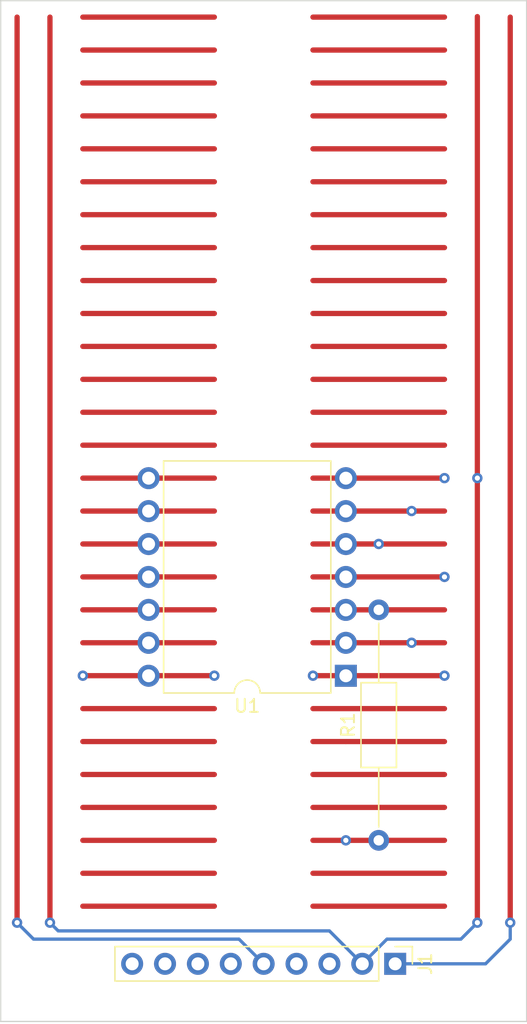
<source format=kicad_pcb>
(kicad_pcb (version 20211014) (generator pcbnew)
  (title_block (title "Eurorack ProtoModule") (date "2021-10-06") (rev "1.0") (company "Len Popp") (comment 1 "Copyright © 2022 Len Popp CC BY") (comment 2 "Layout design for my custom Eurorack breadboard prototyping module"))
  (layers (0 "F.Cu" signal) (1 "In1.Cu" jumper "Wire1.Cu") (2 "In2.Cu" jumper "Wire2.Cu") (3 "In3.Cu" jumper "Wire3.Cu") (4 "In4.Cu" jumper "Wire4.Cu") (31 "B.Cu" signal) (34 "B.Paste" user) (35 "F.Paste" user) (36 "B.SilkS" user "B.Silkscreen") (37 "F.SilkS" user "F.Silkscreen") (38 "B.Mask" user) (39 "F.Mask" user) (44 "Edge.Cuts" user))
  (net 0 "")
  (net 1 "+12V")
  (net 2 "GND")
  (net 3 "-12V")
  (net 4 "+5V")
  (net 5 "Net-(U1-Pad3)")
  (net 6 "IN")
  (net 8 "OUT")
  (net 11 "Net-(U1-Pad2)")
  (net 12 "unconnected-(U1-Pad8)")
  (net 13 "unconnected-(U1-Pad9)")
  (net 14 "unconnected-(U1-Pad10)")
  (net 15 "unconnected-(U1-Pad11)")
  (net 16 "unconnected-(U1-Pad12)")
  (net 17 "unconnected-(U1-Pad13)")
  (footprint "Connector_PinHeader_2.54mm:PinHeader_1x09_P2.54mm_Vertical" (layer "F.Cu") (at 113.03 98.425 -90)
    (fp_text reference "J1" (at 0 -2.33 90) (layer "F.SilkS"))
    (fp_text value "Conn_01x09")
    (fp_line (start -1.33 21.65) (end 1.33 21.65) (layer "F.SilkS") (width 0.12))
    (fp_line (start -1.33 1.27) (end -1.33 21.65) (layer "F.SilkS") (width 0.12))
    (fp_line (start 1.33 1.27) (end 1.33 21.65) (layer "F.SilkS") (width 0.12))
    (fp_line (start -1.33 -1.33) (end 0 -1.33) (layer "F.SilkS") (width 0.12))
    (fp_line (start -1.33 1.27) (end 1.33 1.27) (layer "F.SilkS") (width 0.12))
    (fp_line (start -1.33 0) (end -1.33 -1.33) (layer "F.SilkS") (width 0.12))
    (pad "1" thru_hole rect locked (at 0 0 270) (size 1.7 1.7) (drill 1) (layers *.Cu *.Mask) (net 3 "-12V"))
    (pad "2" thru_hole oval locked (at 0 2.54 270) (size 1.7 1.7) (drill 1) (layers *.Cu *.Mask) (net 2 "GND"))
    (pad "3" thru_hole oval locked (at 0 5.08 270) (size 1.7 1.7) (drill 1) (layers *.Cu *.Mask) (net 8 "OUT"))
    (pad "4" thru_hole oval locked (at 0 7.62 270) (size 1.7 1.7) (drill 1) (layers *.Cu *.Mask) (net 6 "IN"))
    (pad "5" thru_hole oval locked (at 0 10.16 270) (size 1.7 1.7) (drill 1) (layers *.Cu *.Mask) (net 1 "+12V"))
    (pad "6" thru_hole oval locked (at 0 12.7 270) (size 1.7 1.7) (drill 1) (layers *.Cu *.Mask))
    (pad "7" thru_hole oval locked (at 0 15.24 270) (size 1.7 1.7) (drill 1) (layers *.Cu *.Mask) (net 4 "+5V"))
    (pad "8" thru_hole oval locked (at 0 17.78 270) (size 1.7 1.7) (drill 1) (layers *.Cu *.Mask))
    (pad "9" thru_hole oval locked (at 0 20.32 270) (size 1.7 1.7) (drill 1) (layers *.Cu *.Mask))
  )
  (footprint "-lmp-stripboard:SB_Gen_7" (layer "F.Cu") (at 111.76 88.9 90)
    (fp_text reference "R1" (at 8.89 -2.37 90) (layer "F.SilkS"))
    (fp_text value "100K")
    (fp_line (start 16.74 0) (end 12.16 0) (layer "F.SilkS") (width 0.12))
    (fp_line (start 5.62 -1.37) (end 5.62 1.37) (layer "F.SilkS") (width 0.12))
    (fp_line (start 5.62 1.37) (end 12.16 1.37) (layer "F.SilkS") (width 0.12))
    (fp_line (start 1.04 0) (end 5.62 0) (layer "F.SilkS") (width 0.12))
    (fp_line (start 12.16 -1.37) (end 5.62 -1.37) (layer "F.SilkS") (width 0.12))
    (fp_line (start 12.16 1.37) (end 12.16 -1.37) (layer "F.SilkS") (width 0.12))
    (pad "1" thru_hole circle locked (at 0 0 90) (size 1.6 1.6) (drill 0.8) (layers *.Cu *.Mask) (net 6 "IN"))
    (pad "2" thru_hole oval locked (at 17.78 0 90) (size 1.6 1.6) (drill 0.8) (layers *.Cu *.Mask) (net 5 "Net-(U1-Pad3)"))
  )
  (footprint "-lmp-breakout:Breakout_DIP-14_W15.24mm" (layer "F.Cu") (at 109.22 76.205 180)
    (fp_text reference "U1" (at 7.62 -2.33) (layer "F.SilkS"))
    (fp_text value "SN74HCS74")
    (fp_line (start 14.08 -1.33) (end 8.62 -1.33) (layer "F.SilkS") (width 0.12))
    (fp_line (start 1.16 16.57) (end 14.08 16.57) (layer "F.SilkS") (width 0.12))
    (fp_line (start 1.16 -1.33) (end 1.16 16.57) (layer "F.SilkS") (width 0.12))
    (fp_line (start 14.08 16.57) (end 14.08 -1.33) (layer "F.SilkS") (width 0.12))
    (fp_line (start 6.62 -1.33) (end 1.16 -1.33) (layer "F.SilkS") (width 0.12))
    (fp_arc (start 8.62 -1.33) (mid 7.62 -0.33) (end 6.62 -1.33) (layer "F.SilkS") (width 0.12))
    (pad "1" thru_hole rect (at 0 0 180) (size 1.7 1.7) (drill 1) (layers *.Cu *.Mask) (net 4 "+5V"))
    (pad "2" thru_hole circle (at 0 2.54 180) (size 1.7 1.7) (drill 1) (layers *.Cu *.Mask) (net 11 "Net-(U1-Pad2)"))
    (pad "3" thru_hole circle (at 0 5.08 180) (size 1.7 1.7) (drill 1) (layers *.Cu *.Mask) (net 5 "Net-(U1-Pad3)"))
    (pad "4" thru_hole circle (at 0 7.62 180) (size 1.7 1.7) (drill 1) (layers *.Cu *.Mask) (net 4 "+5V"))
    (pad "5" thru_hole circle (at 0 10.16 180) (size 1.7 1.7) (drill 1) (layers *.Cu *.Mask) (net 8 "OUT"))
    (pad "6" thru_hole circle (at 0 12.7 180) (size 1.7 1.7) (drill 1) (layers *.Cu *.Mask) (net 11 "Net-(U1-Pad2)"))
    (pad "7" thru_hole circle (at 0 15.24 180) (size 1.7 1.7) (drill 1) (layers *.Cu *.Mask) (net 2 "GND"))
    (pad "8" thru_hole circle (at 15.24 15.24 180) (size 1.7 1.7) (drill 1) (layers *.Cu *.Mask) (net 12 "unconnected-(U1-Pad8)"))
    (pad "9" thru_hole circle (at 15.24 12.7 180) (size 1.7 1.7) (drill 1) (layers *.Cu *.Mask) (net 13 "unconnected-(U1-Pad9)"))
    (pad "10" thru_hole circle (at 15.24 10.16 180) (size 1.7 1.7) (drill 1) (layers *.Cu *.Mask) (net 14 "unconnected-(U1-Pad10)"))
    (pad "11" thru_hole circle (at 15.24 7.62 180) (size 1.7 1.7) (drill 1) (layers *.Cu *.Mask) (net 15 "unconnected-(U1-Pad11)"))
    (pad "12" thru_hole circle (at 15.24 5.08 180) (size 1.7 1.7) (drill 1) (layers *.Cu *.Mask) (net 16 "unconnected-(U1-Pad12)"))
    (pad "13" thru_hole circle (at 15.24 2.54 180) (size 1.7 1.7) (drill 1) (layers *.Cu *.Mask) (net 17 "unconnected-(U1-Pad13)"))
    (pad "14" thru_hole circle (at 15.24 0 180) (size 1.7 1.7) (drill 1) (layers *.Cu *.Mask) (net 4 "+5V"))
  )
  (gr_line (start 123.19 102.87) (end 82.55 102.87) (layer "Edge.Cuts") (width 0.1))
  (gr_line (start 123.19 24.13) (end 123.19 102.87) (layer "Edge.Cuts") (width 0.1))
  (gr_line (start 82.55 102.87) (end 82.55 24.13) (layer "Edge.Cuts") (width 0.1))
  (gr_line (start 82.55 24.13) (end 123.19 24.13) (layer "Edge.Cuts") (width 0.1))
  (segment (start 99.06 38.1) (end 88.9 38.1) (width 0.4064) (layer "F.Cu") (net 0))
  (segment (start 99.06 78.74) (end 88.9 78.74) (width 0.4064) (layer "F.Cu") (net 0))
  (segment (start 99.06 58.42) (end 88.9 58.42) (width 0.4064) (layer "F.Cu") (net 0))
  (segment (start 99.06 48.26) (end 88.9 48.26) (width 0.4064) (layer "F.Cu") (net 0))
  (segment (start 99.06 86.36) (end 88.9 86.36) (width 0.4064) (layer "F.Cu") (net 0))
  (segment (start 99.06 40.64) (end 88.9 40.64) (width 0.4064) (layer "F.Cu") (net 0))
  (segment (start 99.06 50.8) (end 88.9 50.8) (width 0.4064) (layer "F.Cu") (net 0))
  (segment (start 116.84 78.74) (end 106.68 78.74) (width 0.4064) (layer "F.Cu") (net 0))
  (segment (start 99.06 55.88) (end 88.9 55.88) (width 0.4064) (layer "F.Cu") (net 0))
  (segment (start 99.06 43.18) (end 88.9 43.18) (width 0.4064) (layer "F.Cu") (net 0))
  (segment (start 99.06 27.94) (end 88.9 27.94) (width 0.4064) (layer "F.Cu") (net 0))
  (segment (start 99.06 33.02) (end 88.9 33.02) (width 0.4064) (layer "F.Cu") (net 0))
  (segment (start 99.06 88.9) (end 88.9 88.9) (width 0.4064) (layer "F.Cu") (net 0))
  (segment (start 99.06 45.72) (end 88.9 45.72) (width 0.4064) (layer "F.Cu") (net 0))
  (segment (start 99.06 91.44) (end 88.9 91.44) (width 0.4064) (layer "F.Cu") (net 0))
  (segment (start 99.06 83.82) (end 88.9 83.82) (width 0.4064) (layer "F.Cu") (net 0))
  (segment (start 99.06 93.98) (end 88.9 93.98) (width 0.4064) (layer "F.Cu") (net 0))
  (segment (start 116.84 40.64) (end 106.68 40.64) (width 0.4064) (layer "F.Cu") (net 0))
  (segment (start 99.06 30.48) (end 88.9 30.48) (width 0.4064) (layer "F.Cu") (net 0))
  (segment (start 116.84 81.28) (end 109.22 81.28) (width 0.4064) (layer "F.Cu") (net 0))
  (segment (start 99.06 81.28) (end 88.9 81.28) (width 0.4064) (layer "F.Cu") (net 0))
  (segment (start 99.06 35.56) (end 88.9 35.56) (width 0.4064) (layer "F.Cu") (net 0))
  (segment (start 99.06 25.4) (end 88.9 25.4) (width 0.4064) (layer "F.Cu") (net 0))
  (segment (start 99.06 53.34) (end 88.9 53.34) (width 0.4064) (layer "F.Cu") (net 0))
  (segment (start 116.84 48.26) (end 106.68 48.26) (width 0.4064) (layer "F.Cu") (net 0))
  (segment (start 116.84 93.98) (end 106.68 93.98) (width 0.4064) (layer "F.Cu") (net 0))
  (segment (start 116.84 50.8) (end 106.68 50.8) (width 0.4064) (layer "F.Cu") (net 0))
  (segment (start 116.84 43.18) (end 106.68 43.18) (width 0.4064) (layer "F.Cu") (net 0))
  (segment (start 116.84 86.36) (end 106.68 86.36) (width 0.4064) (layer "F.Cu") (net 0))
  (segment (start 116.84 25.4) (end 106.68 25.4) (width 0.4064) (layer "F.Cu") (net 0))
  (segment (start 116.84 27.94) (end 106.68 27.94) (width 0.4064) (layer "F.Cu") (net 0))
  (segment (start 116.84 35.56) (end 106.68 35.56) (width 0.4064) (layer "F.Cu") (net 0))
  (segment (start 116.84 38.1) (end 106.68 38.1) (width 0.4064) (layer "F.Cu") (net 0))
  (segment (start 116.84 53.34) (end 106.68 53.34) (width 0.4064) (layer "F.Cu") (net 0))
  (segment (start 116.84 30.48) (end 106.68 30.48) (width 0.4064) (layer "F.Cu") (net 0))
  (segment (start 116.84 33.02) (end 106.68 33.02) (width 0.4064) (layer "F.Cu") (net 0))
  (segment (start 116.84 58.42) (end 106.68 58.42) (width 0.4064) (layer "F.Cu") (net 0))
  (segment (start 116.84 83.82) (end 106.68 83.82) (width 0.4064) (layer "F.Cu") (net 0))
  (segment (start 116.84 91.44) (end 106.68 91.44) (width 0.4064) (layer "F.Cu") (net 0))
  (segment (start 116.84 55.88) (end 106.68 55.88) (width 0.4064) (layer "F.Cu") (net 0))
  (segment (start 116.84 45.72) (end 106.68 45.72) (width 0.4064) (layer "F.Cu") (net 0))
  (segment (start 109.22 81.28) (end 106.68 81.28) (width 0.4064) (layer "F.Cu") (net 0))
  (segment (start 83.82 25.4) (end 83.82 95.25) (width 0.4064) (layer "F.Cu") (net 1))
  (segment (start 83.82 95.25) (end 83.82 95.25) (width 0.4064) (layer "F.Cu") (net 1))
  (via (at 83.82 95.25) (size 0.8) (drill 0.4) (layers "F.Cu" "B.Cu") (net 1))
  (segment (start 102.87 98.425) (end 100.965 96.52) (width 0.25) (layer "B.Cu") (net 1))
  (segment (start 85.09 96.52) (end 84.219999 95.649999) (width 0.25) (layer "B.Cu") (net 1))
  (segment (start 100.965 96.52) (end 85.09 96.52) (width 0.25) (layer "B.Cu") (net 1))
  (segment (start 84.219999 95.649999) (end 83.82 95.25) (width 0.25) (layer "B.Cu") (net 1))
  (segment (start 86.36 25.4) (end 86.36 95.25) (width 0.4064) (layer "F.Cu") (net 2))
  (segment (start 119.38 25.36) (end 119.38 60.96) (width 0.4064) (layer "F.Cu") (net 2))
  (segment (start 116.84 60.96) (end 106.68 60.96) (width 0.4064) (layer "F.Cu") (net 2))
  (segment (start 119.38 95.25) (end 119.38 95.25) (width 0.4064) (layer "F.Cu") (net 2))
  (segment (start 86.36 95.25) (end 86.36 95.25) (width 0.4064) (layer "F.Cu") (net 2))
  (segment (start 119.38 60.96) (end 119.38 95.25) (width 0.4064) (layer "F.Cu") (net 2))
  (via (at 119.38 95.25) (size 0.8) (drill 0.4) (layers "F.Cu" "B.Cu") (net 2))
  (via (at 116.84 60.96) (size 0.8) (drill 0.4) (layers "F.Cu" "B.Cu") (net 2))
  (via (at 86.36 95.25) (size 0.8) (drill 0.4) (layers "F.Cu" "B.Cu") (net 2))
  (via (at 119.38 60.96) (size 0.8) (drill 0.4) (layers "F.Cu" "B.Cu") (net 2))
  (segment (start 86.36 95.25) (end 86.995 95.885) (width 0.25) (layer "B.Cu") (net 2))
  (segment (start 107.95 95.885) (end 110.49 98.425) (width 0.25) (layer "B.Cu") (net 2))
  (segment (start 112.395 96.52) (end 110.49 98.425) (width 0.25) (layer "B.Cu") (net 2))
  (segment (start 119.38 95.25) (end 118.11 96.52) (width 0.25) (layer "B.Cu") (net 2))
  (segment (start 118.11 96.52) (end 112.395 96.52) (width 0.25) (layer "B.Cu") (net 2))
  (segment (start 86.995 95.885) (end 107.95 95.885) (width 0.25) (layer "B.Cu") (net 2))
  (segment (start 121.92 25.4) (end 121.92 95.25) (width 0.4064) (layer "F.Cu") (net 3))
  (segment (start 121.92 95.25) (end 121.92 95.25) (width 0.4064) (layer "F.Cu") (net 3))
  (via (at 121.92 95.25) (size 0.8) (drill 0.4) (layers "F.Cu" "B.Cu") (net 3))
  (segment (start 121.92 95.25) (end 121.92 96.52) (width 0.25) (layer "B.Cu") (net 3))
  (segment (start 120.015 98.425) (end 113.03 98.425) (width 0.25) (layer "B.Cu") (net 3))
  (segment (start 121.92 96.52) (end 120.015 98.425) (width 0.25) (layer "B.Cu") (net 3))
  (segment (start 99.06 76.2) (end 88.9 76.2) (width 0.4064) (layer "F.Cu") (net 4))
  (segment (start 116.84 76.2) (end 106.68 76.2) (width 0.4064) (layer "F.Cu") (net 4))
  (segment (start 116.84 68.58) (end 106.68 68.58) (width 0.4064) (layer "F.Cu") (net 4))
  (via (at 99.06 76.2) (size 0.8) (drill 0.4) (layers "F.Cu" "B.Cu") (net 4))
  (via (at 106.68 76.2) (size 0.8) (drill 0.4) (layers "F.Cu" "B.Cu") (net 4))
  (via (at 116.84 68.58) (size 0.8) (drill 0.4) (layers "F.Cu" "B.Cu") (net 4))
  (via (at 116.84 76.2) (size 0.8) (drill 0.4) (layers "F.Cu" "B.Cu") (net 4))
  (via (at 88.9 76.2) (size 0.8) (drill 0.4) (layers "F.Cu" "B.Cu") (net 4))
  (segment (start 111.76 71.12) (end 106.68 71.12) (width 0.4064) (layer "F.Cu") (net 5))
  (segment (start 116.84 71.12) (end 111.76 71.12) (width 0.4064) (layer "F.Cu") (net 5))
  (segment (start 116.84 88.9) (end 109.22 88.9) (width 0.4064) (layer "F.Cu") (net 6))
  (segment (start 109.22 88.9) (end 106.68 88.9) (width 0.4064) (layer "F.Cu") (net 6))
  (via (at 109.22 88.9) (size 0.8) (drill 0.4) (layers "F.Cu" "B.Cu") (net 6))
  (segment (start 116.84 66.04) (end 111.76 66.04) (width 0.4064) (layer "F.Cu") (net 8))
  (segment (start 111.76 66.04) (end 106.68 66.04) (width 0.4064) (layer "F.Cu") (net 8))
  (via (at 111.76 66.04) (size 0.8) (drill 0.4) (layers "F.Cu" "B.Cu") (net 8))
  (segment (start 116.84 73.66) (end 114.3 73.66) (width 0.4064) (layer "F.Cu") (net 11))
  (segment (start 116.84 63.5) (end 114.3 63.5) (width 0.4064) (layer "F.Cu") (net 11))
  (segment (start 114.3 63.5) (end 106.68 63.5) (width 0.4064) (layer "F.Cu") (net 11))
  (segment (start 114.3 73.66) (end 106.68 73.66) (width 0.4064) (layer "F.Cu") (net 11))
  (via (at 114.3 73.66) (size 0.8) (drill 0.4) (layers "F.Cu" "B.Cu") (net 11))
  (via (at 114.3 63.5) (size 0.8) (drill 0.4) (layers "F.Cu" "B.Cu") (net 11))
  (segment (start 99.06 60.96) (end 88.9 60.96) (width 0.4064) (layer "F.Cu") (net 12))
  (segment (start 99.06 63.5) (end 88.9 63.5) (width 0.4064) (layer "F.Cu") (net 13))
  (segment (start 99.06 66.04) (end 88.9 66.04) (width 0.4064) (layer "F.Cu") (net 14))
  (segment (start 99.06 68.58) (end 88.9 68.58) (width 0.4064) (layer "F.Cu") (net 15))
  (segment (start 99.06 71.12) (end 88.9 71.12) (width 0.4064) (layer "F.Cu") (net 16))
  (segment (start 99.06 73.66) (end 88.9 73.66) (width 0.4064) (layer "F.Cu") (net 17))
)
</source>
